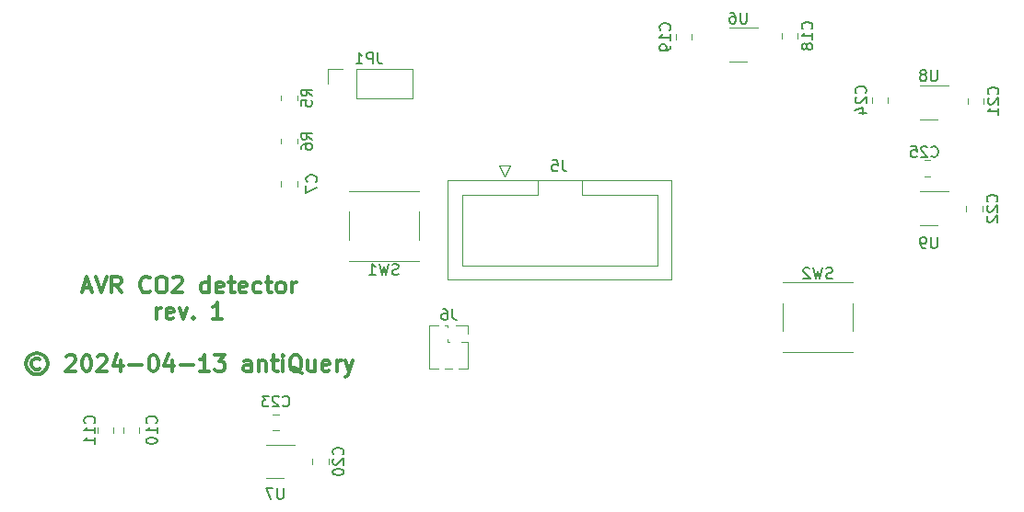
<source format=gbr>
%TF.GenerationSoftware,KiCad,Pcbnew,(6.0.11)*%
%TF.CreationDate,2024-04-14T23:22:21+03:00*%
%TF.ProjectId,avr-co2-detector,6176722d-636f-4322-9d64-65746563746f,rev. 1*%
%TF.SameCoordinates,Original*%
%TF.FileFunction,Legend,Bot*%
%TF.FilePolarity,Positive*%
%FSLAX46Y46*%
G04 Gerber Fmt 4.6, Leading zero omitted, Abs format (unit mm)*
G04 Created by KiCad (PCBNEW (6.0.11)) date 2024-04-14 23:22:21*
%MOMM*%
%LPD*%
G01*
G04 APERTURE LIST*
%ADD10C,0.300000*%
%ADD11C,0.150000*%
%ADD12C,0.120000*%
G04 APERTURE END LIST*
D10*
X91750000Y-103227500D02*
X92464285Y-103227500D01*
X91607142Y-103656071D02*
X92107142Y-102156071D01*
X92607142Y-103656071D01*
X92892857Y-102156071D02*
X93392857Y-103656071D01*
X93892857Y-102156071D01*
X95250000Y-103656071D02*
X94750000Y-102941785D01*
X94392857Y-103656071D02*
X94392857Y-102156071D01*
X94964285Y-102156071D01*
X95107142Y-102227500D01*
X95178571Y-102298928D01*
X95250000Y-102441785D01*
X95250000Y-102656071D01*
X95178571Y-102798928D01*
X95107142Y-102870357D01*
X94964285Y-102941785D01*
X94392857Y-102941785D01*
X97892857Y-103513214D02*
X97821428Y-103584642D01*
X97607142Y-103656071D01*
X97464285Y-103656071D01*
X97250000Y-103584642D01*
X97107142Y-103441785D01*
X97035714Y-103298928D01*
X96964285Y-103013214D01*
X96964285Y-102798928D01*
X97035714Y-102513214D01*
X97107142Y-102370357D01*
X97250000Y-102227500D01*
X97464285Y-102156071D01*
X97607142Y-102156071D01*
X97821428Y-102227500D01*
X97892857Y-102298928D01*
X98821428Y-102156071D02*
X99107142Y-102156071D01*
X99250000Y-102227500D01*
X99392857Y-102370357D01*
X99464285Y-102656071D01*
X99464285Y-103156071D01*
X99392857Y-103441785D01*
X99250000Y-103584642D01*
X99107142Y-103656071D01*
X98821428Y-103656071D01*
X98678571Y-103584642D01*
X98535714Y-103441785D01*
X98464285Y-103156071D01*
X98464285Y-102656071D01*
X98535714Y-102370357D01*
X98678571Y-102227500D01*
X98821428Y-102156071D01*
X100035714Y-102298928D02*
X100107142Y-102227500D01*
X100250000Y-102156071D01*
X100607142Y-102156071D01*
X100750000Y-102227500D01*
X100821428Y-102298928D01*
X100892857Y-102441785D01*
X100892857Y-102584642D01*
X100821428Y-102798928D01*
X99964285Y-103656071D01*
X100892857Y-103656071D01*
X103321428Y-103656071D02*
X103321428Y-102156071D01*
X103321428Y-103584642D02*
X103178571Y-103656071D01*
X102892857Y-103656071D01*
X102750000Y-103584642D01*
X102678571Y-103513214D01*
X102607142Y-103370357D01*
X102607142Y-102941785D01*
X102678571Y-102798928D01*
X102750000Y-102727500D01*
X102892857Y-102656071D01*
X103178571Y-102656071D01*
X103321428Y-102727500D01*
X104607142Y-103584642D02*
X104464285Y-103656071D01*
X104178571Y-103656071D01*
X104035714Y-103584642D01*
X103964285Y-103441785D01*
X103964285Y-102870357D01*
X104035714Y-102727500D01*
X104178571Y-102656071D01*
X104464285Y-102656071D01*
X104607142Y-102727500D01*
X104678571Y-102870357D01*
X104678571Y-103013214D01*
X103964285Y-103156071D01*
X105107142Y-102656071D02*
X105678571Y-102656071D01*
X105321428Y-102156071D02*
X105321428Y-103441785D01*
X105392857Y-103584642D01*
X105535714Y-103656071D01*
X105678571Y-103656071D01*
X106750000Y-103584642D02*
X106607142Y-103656071D01*
X106321428Y-103656071D01*
X106178571Y-103584642D01*
X106107142Y-103441785D01*
X106107142Y-102870357D01*
X106178571Y-102727500D01*
X106321428Y-102656071D01*
X106607142Y-102656071D01*
X106750000Y-102727500D01*
X106821428Y-102870357D01*
X106821428Y-103013214D01*
X106107142Y-103156071D01*
X108107142Y-103584642D02*
X107964285Y-103656071D01*
X107678571Y-103656071D01*
X107535714Y-103584642D01*
X107464285Y-103513214D01*
X107392857Y-103370357D01*
X107392857Y-102941785D01*
X107464285Y-102798928D01*
X107535714Y-102727500D01*
X107678571Y-102656071D01*
X107964285Y-102656071D01*
X108107142Y-102727500D01*
X108535714Y-102656071D02*
X109107142Y-102656071D01*
X108750000Y-102156071D02*
X108750000Y-103441785D01*
X108821428Y-103584642D01*
X108964285Y-103656071D01*
X109107142Y-103656071D01*
X109821428Y-103656071D02*
X109678571Y-103584642D01*
X109607142Y-103513214D01*
X109535714Y-103370357D01*
X109535714Y-102941785D01*
X109607142Y-102798928D01*
X109678571Y-102727500D01*
X109821428Y-102656071D01*
X110035714Y-102656071D01*
X110178571Y-102727500D01*
X110250000Y-102798928D01*
X110321428Y-102941785D01*
X110321428Y-103370357D01*
X110250000Y-103513214D01*
X110178571Y-103584642D01*
X110035714Y-103656071D01*
X109821428Y-103656071D01*
X110964285Y-103656071D02*
X110964285Y-102656071D01*
X110964285Y-102941785D02*
X111035714Y-102798928D01*
X111107142Y-102727500D01*
X111250000Y-102656071D01*
X111392857Y-102656071D01*
X98535714Y-106071071D02*
X98535714Y-105071071D01*
X98535714Y-105356785D02*
X98607142Y-105213928D01*
X98678571Y-105142500D01*
X98821428Y-105071071D01*
X98964285Y-105071071D01*
X100035714Y-105999642D02*
X99892857Y-106071071D01*
X99607142Y-106071071D01*
X99464285Y-105999642D01*
X99392857Y-105856785D01*
X99392857Y-105285357D01*
X99464285Y-105142500D01*
X99607142Y-105071071D01*
X99892857Y-105071071D01*
X100035714Y-105142500D01*
X100107142Y-105285357D01*
X100107142Y-105428214D01*
X99392857Y-105571071D01*
X100607142Y-105071071D02*
X100964285Y-106071071D01*
X101321428Y-105071071D01*
X101892857Y-105928214D02*
X101964285Y-105999642D01*
X101892857Y-106071071D01*
X101821428Y-105999642D01*
X101892857Y-105928214D01*
X101892857Y-106071071D01*
X104535714Y-106071071D02*
X103678571Y-106071071D01*
X104107142Y-106071071D02*
X104107142Y-104571071D01*
X103964285Y-104785357D01*
X103821428Y-104928214D01*
X103678571Y-104999642D01*
X87785714Y-109758214D02*
X87642857Y-109686785D01*
X87357142Y-109686785D01*
X87214285Y-109758214D01*
X87071428Y-109901071D01*
X87000000Y-110043928D01*
X87000000Y-110329642D01*
X87071428Y-110472500D01*
X87214285Y-110615357D01*
X87357142Y-110686785D01*
X87642857Y-110686785D01*
X87785714Y-110615357D01*
X87500000Y-109186785D02*
X87142857Y-109258214D01*
X86785714Y-109472500D01*
X86571428Y-109829642D01*
X86500000Y-110186785D01*
X86571428Y-110543928D01*
X86785714Y-110901071D01*
X87142857Y-111115357D01*
X87500000Y-111186785D01*
X87857142Y-111115357D01*
X88214285Y-110901071D01*
X88428571Y-110543928D01*
X88500000Y-110186785D01*
X88428571Y-109829642D01*
X88214285Y-109472500D01*
X87857142Y-109258214D01*
X87500000Y-109186785D01*
X90214285Y-109543928D02*
X90285714Y-109472500D01*
X90428571Y-109401071D01*
X90785714Y-109401071D01*
X90928571Y-109472500D01*
X91000000Y-109543928D01*
X91071428Y-109686785D01*
X91071428Y-109829642D01*
X91000000Y-110043928D01*
X90142857Y-110901071D01*
X91071428Y-110901071D01*
X92000000Y-109401071D02*
X92142857Y-109401071D01*
X92285714Y-109472500D01*
X92357142Y-109543928D01*
X92428571Y-109686785D01*
X92500000Y-109972500D01*
X92500000Y-110329642D01*
X92428571Y-110615357D01*
X92357142Y-110758214D01*
X92285714Y-110829642D01*
X92142857Y-110901071D01*
X92000000Y-110901071D01*
X91857142Y-110829642D01*
X91785714Y-110758214D01*
X91714285Y-110615357D01*
X91642857Y-110329642D01*
X91642857Y-109972500D01*
X91714285Y-109686785D01*
X91785714Y-109543928D01*
X91857142Y-109472500D01*
X92000000Y-109401071D01*
X93071428Y-109543928D02*
X93142857Y-109472500D01*
X93285714Y-109401071D01*
X93642857Y-109401071D01*
X93785714Y-109472500D01*
X93857142Y-109543928D01*
X93928571Y-109686785D01*
X93928571Y-109829642D01*
X93857142Y-110043928D01*
X93000000Y-110901071D01*
X93928571Y-110901071D01*
X95214285Y-109901071D02*
X95214285Y-110901071D01*
X94857142Y-109329642D02*
X94500000Y-110401071D01*
X95428571Y-110401071D01*
X96000000Y-110329642D02*
X97142857Y-110329642D01*
X98142857Y-109401071D02*
X98285714Y-109401071D01*
X98428571Y-109472500D01*
X98500000Y-109543928D01*
X98571428Y-109686785D01*
X98642857Y-109972500D01*
X98642857Y-110329642D01*
X98571428Y-110615357D01*
X98500000Y-110758214D01*
X98428571Y-110829642D01*
X98285714Y-110901071D01*
X98142857Y-110901071D01*
X98000000Y-110829642D01*
X97928571Y-110758214D01*
X97857142Y-110615357D01*
X97785714Y-110329642D01*
X97785714Y-109972500D01*
X97857142Y-109686785D01*
X97928571Y-109543928D01*
X98000000Y-109472500D01*
X98142857Y-109401071D01*
X99928571Y-109901071D02*
X99928571Y-110901071D01*
X99571428Y-109329642D02*
X99214285Y-110401071D01*
X100142857Y-110401071D01*
X100714285Y-110329642D02*
X101857142Y-110329642D01*
X103357142Y-110901071D02*
X102500000Y-110901071D01*
X102928571Y-110901071D02*
X102928571Y-109401071D01*
X102785714Y-109615357D01*
X102642857Y-109758214D01*
X102500000Y-109829642D01*
X103857142Y-109401071D02*
X104785714Y-109401071D01*
X104285714Y-109972500D01*
X104500000Y-109972500D01*
X104642857Y-110043928D01*
X104714285Y-110115357D01*
X104785714Y-110258214D01*
X104785714Y-110615357D01*
X104714285Y-110758214D01*
X104642857Y-110829642D01*
X104500000Y-110901071D01*
X104071428Y-110901071D01*
X103928571Y-110829642D01*
X103857142Y-110758214D01*
X107214285Y-110901071D02*
X107214285Y-110115357D01*
X107142857Y-109972500D01*
X107000000Y-109901071D01*
X106714285Y-109901071D01*
X106571428Y-109972500D01*
X107214285Y-110829642D02*
X107071428Y-110901071D01*
X106714285Y-110901071D01*
X106571428Y-110829642D01*
X106500000Y-110686785D01*
X106500000Y-110543928D01*
X106571428Y-110401071D01*
X106714285Y-110329642D01*
X107071428Y-110329642D01*
X107214285Y-110258214D01*
X107928571Y-109901071D02*
X107928571Y-110901071D01*
X107928571Y-110043928D02*
X108000000Y-109972500D01*
X108142857Y-109901071D01*
X108357142Y-109901071D01*
X108500000Y-109972500D01*
X108571428Y-110115357D01*
X108571428Y-110901071D01*
X109071428Y-109901071D02*
X109642857Y-109901071D01*
X109285714Y-109401071D02*
X109285714Y-110686785D01*
X109357142Y-110829642D01*
X109500000Y-110901071D01*
X109642857Y-110901071D01*
X110142857Y-110901071D02*
X110142857Y-109901071D01*
X110142857Y-109401071D02*
X110071428Y-109472500D01*
X110142857Y-109543928D01*
X110214285Y-109472500D01*
X110142857Y-109401071D01*
X110142857Y-109543928D01*
X111857142Y-111043928D02*
X111714285Y-110972500D01*
X111571428Y-110829642D01*
X111357142Y-110615357D01*
X111214285Y-110543928D01*
X111071428Y-110543928D01*
X111142857Y-110901071D02*
X111000000Y-110829642D01*
X110857142Y-110686785D01*
X110785714Y-110401071D01*
X110785714Y-109901071D01*
X110857142Y-109615357D01*
X111000000Y-109472500D01*
X111142857Y-109401071D01*
X111428571Y-109401071D01*
X111571428Y-109472500D01*
X111714285Y-109615357D01*
X111785714Y-109901071D01*
X111785714Y-110401071D01*
X111714285Y-110686785D01*
X111571428Y-110829642D01*
X111428571Y-110901071D01*
X111142857Y-110901071D01*
X113071428Y-109901071D02*
X113071428Y-110901071D01*
X112428571Y-109901071D02*
X112428571Y-110686785D01*
X112500000Y-110829642D01*
X112642857Y-110901071D01*
X112857142Y-110901071D01*
X113000000Y-110829642D01*
X113071428Y-110758214D01*
X114357142Y-110829642D02*
X114214285Y-110901071D01*
X113928571Y-110901071D01*
X113785714Y-110829642D01*
X113714285Y-110686785D01*
X113714285Y-110115357D01*
X113785714Y-109972500D01*
X113928571Y-109901071D01*
X114214285Y-109901071D01*
X114357142Y-109972500D01*
X114428571Y-110115357D01*
X114428571Y-110258214D01*
X113714285Y-110401071D01*
X115071428Y-110901071D02*
X115071428Y-109901071D01*
X115071428Y-110186785D02*
X115142857Y-110043928D01*
X115214285Y-109972500D01*
X115357142Y-109901071D01*
X115500000Y-109901071D01*
X115857142Y-109901071D02*
X116214285Y-110901071D01*
X116571428Y-109901071D02*
X116214285Y-110901071D01*
X116071428Y-111258214D01*
X116000000Y-111329642D01*
X115857142Y-111401071D01*
D11*
%TO.C,C18*%
X158722856Y-79357142D02*
X158770475Y-79309523D01*
X158818094Y-79166666D01*
X158818094Y-79071428D01*
X158770475Y-78928571D01*
X158675237Y-78833333D01*
X158579999Y-78785714D01*
X158389523Y-78738095D01*
X158246666Y-78738095D01*
X158056190Y-78785714D01*
X157960952Y-78833333D01*
X157865714Y-78928571D01*
X157818094Y-79071428D01*
X157818094Y-79166666D01*
X157865714Y-79309523D01*
X157913333Y-79357142D01*
X158818094Y-80309523D02*
X158818094Y-79738095D01*
X158818094Y-80023809D02*
X157818094Y-80023809D01*
X157960952Y-79928571D01*
X158056190Y-79833333D01*
X158103809Y-79738095D01*
X158246666Y-80880952D02*
X158199047Y-80785714D01*
X158151428Y-80738095D01*
X158056190Y-80690476D01*
X158008571Y-80690476D01*
X157913333Y-80738095D01*
X157865714Y-80785714D01*
X157818094Y-80880952D01*
X157818094Y-81071428D01*
X157865714Y-81166666D01*
X157913333Y-81214285D01*
X158008571Y-81261904D01*
X158056190Y-81261904D01*
X158151428Y-81214285D01*
X158199047Y-81166666D01*
X158246666Y-81071428D01*
X158246666Y-80880952D01*
X158294285Y-80785714D01*
X158341904Y-80738095D01*
X158437142Y-80690476D01*
X158627618Y-80690476D01*
X158722856Y-80738095D01*
X158770475Y-80785714D01*
X158818094Y-80880952D01*
X158818094Y-81071428D01*
X158770475Y-81166666D01*
X158722856Y-81214285D01*
X158627618Y-81261904D01*
X158437142Y-81261904D01*
X158341904Y-81214285D01*
X158294285Y-81166666D01*
X158246666Y-81071428D01*
%TO.C,C10*%
X98457142Y-115657142D02*
X98504761Y-115609523D01*
X98552380Y-115466666D01*
X98552380Y-115371428D01*
X98504761Y-115228571D01*
X98409523Y-115133333D01*
X98314285Y-115085714D01*
X98123809Y-115038095D01*
X97980952Y-115038095D01*
X97790476Y-115085714D01*
X97695238Y-115133333D01*
X97600000Y-115228571D01*
X97552380Y-115371428D01*
X97552380Y-115466666D01*
X97600000Y-115609523D01*
X97647619Y-115657142D01*
X98552380Y-116609523D02*
X98552380Y-116038095D01*
X98552380Y-116323809D02*
X97552380Y-116323809D01*
X97695238Y-116228571D01*
X97790476Y-116133333D01*
X97838095Y-116038095D01*
X97552380Y-117228571D02*
X97552380Y-117323809D01*
X97600000Y-117419047D01*
X97647619Y-117466666D01*
X97742857Y-117514285D01*
X97933333Y-117561904D01*
X98171428Y-117561904D01*
X98361904Y-117514285D01*
X98457142Y-117466666D01*
X98504761Y-117419047D01*
X98552380Y-117323809D01*
X98552380Y-117228571D01*
X98504761Y-117133333D01*
X98457142Y-117085714D01*
X98361904Y-117038095D01*
X98171428Y-116990476D01*
X97933333Y-116990476D01*
X97742857Y-117038095D01*
X97647619Y-117085714D01*
X97600000Y-117133333D01*
X97552380Y-117228571D01*
%TO.C,U7*%
X110161904Y-121652380D02*
X110161904Y-122461904D01*
X110114285Y-122557142D01*
X110066666Y-122604761D01*
X109971428Y-122652380D01*
X109780952Y-122652380D01*
X109685714Y-122604761D01*
X109638095Y-122557142D01*
X109590476Y-122461904D01*
X109590476Y-121652380D01*
X109209523Y-121652380D02*
X108542857Y-121652380D01*
X108971428Y-122652380D01*
%TO.C,U9*%
X170261904Y-98552380D02*
X170261904Y-99361904D01*
X170214285Y-99457142D01*
X170166666Y-99504761D01*
X170071428Y-99552380D01*
X169880952Y-99552380D01*
X169785714Y-99504761D01*
X169738095Y-99457142D01*
X169690476Y-99361904D01*
X169690476Y-98552380D01*
X169166666Y-99552380D02*
X168976190Y-99552380D01*
X168880952Y-99504761D01*
X168833333Y-99457142D01*
X168738095Y-99314285D01*
X168690476Y-99123809D01*
X168690476Y-98742857D01*
X168738095Y-98647619D01*
X168785714Y-98600000D01*
X168880952Y-98552380D01*
X169071428Y-98552380D01*
X169166666Y-98600000D01*
X169214285Y-98647619D01*
X169261904Y-98742857D01*
X169261904Y-98980952D01*
X169214285Y-99076190D01*
X169166666Y-99123809D01*
X169071428Y-99171428D01*
X168880952Y-99171428D01*
X168785714Y-99123809D01*
X168738095Y-99076190D01*
X168690476Y-98980952D01*
%TO.C,C25*%
X169742857Y-91057142D02*
X169790476Y-91104761D01*
X169933333Y-91152380D01*
X170028571Y-91152380D01*
X170171428Y-91104761D01*
X170266666Y-91009523D01*
X170314285Y-90914285D01*
X170361904Y-90723809D01*
X170361904Y-90580952D01*
X170314285Y-90390476D01*
X170266666Y-90295238D01*
X170171428Y-90200000D01*
X170028571Y-90152380D01*
X169933333Y-90152380D01*
X169790476Y-90200000D01*
X169742857Y-90247619D01*
X169361904Y-90247619D02*
X169314285Y-90200000D01*
X169219047Y-90152380D01*
X168980952Y-90152380D01*
X168885714Y-90200000D01*
X168838095Y-90247619D01*
X168790476Y-90342857D01*
X168790476Y-90438095D01*
X168838095Y-90580952D01*
X169409523Y-91152380D01*
X168790476Y-91152380D01*
X167885714Y-90152380D02*
X168361904Y-90152380D01*
X168409523Y-90628571D01*
X168361904Y-90580952D01*
X168266666Y-90533333D01*
X168028571Y-90533333D01*
X167933333Y-90580952D01*
X167885714Y-90628571D01*
X167838095Y-90723809D01*
X167838095Y-90961904D01*
X167885714Y-91057142D01*
X167933333Y-91104761D01*
X168028571Y-91152380D01*
X168266666Y-91152380D01*
X168361904Y-91104761D01*
X168409523Y-91057142D01*
%TO.C,SW1*%
X120733333Y-101954761D02*
X120590476Y-102002380D01*
X120352380Y-102002380D01*
X120257142Y-101954761D01*
X120209523Y-101907142D01*
X120161904Y-101811904D01*
X120161904Y-101716666D01*
X120209523Y-101621428D01*
X120257142Y-101573809D01*
X120352380Y-101526190D01*
X120542857Y-101478571D01*
X120638095Y-101430952D01*
X120685714Y-101383333D01*
X120733333Y-101288095D01*
X120733333Y-101192857D01*
X120685714Y-101097619D01*
X120638095Y-101050000D01*
X120542857Y-101002380D01*
X120304761Y-101002380D01*
X120161904Y-101050000D01*
X119828571Y-101002380D02*
X119590476Y-102002380D01*
X119400000Y-101288095D01*
X119209523Y-102002380D01*
X118971428Y-101002380D01*
X118066666Y-102002380D02*
X118638095Y-102002380D01*
X118352380Y-102002380D02*
X118352380Y-101002380D01*
X118447619Y-101145238D01*
X118542857Y-101240476D01*
X118638095Y-101288095D01*
%TO.C,C23*%
X110105357Y-114057142D02*
X110152976Y-114104761D01*
X110295833Y-114152380D01*
X110391071Y-114152380D01*
X110533928Y-114104761D01*
X110629166Y-114009523D01*
X110676785Y-113914285D01*
X110724404Y-113723809D01*
X110724404Y-113580952D01*
X110676785Y-113390476D01*
X110629166Y-113295238D01*
X110533928Y-113200000D01*
X110391071Y-113152380D01*
X110295833Y-113152380D01*
X110152976Y-113200000D01*
X110105357Y-113247619D01*
X109724404Y-113247619D02*
X109676785Y-113200000D01*
X109581547Y-113152380D01*
X109343452Y-113152380D01*
X109248214Y-113200000D01*
X109200595Y-113247619D01*
X109152976Y-113342857D01*
X109152976Y-113438095D01*
X109200595Y-113580952D01*
X109772023Y-114152380D01*
X109152976Y-114152380D01*
X108819642Y-113152380D02*
X108200595Y-113152380D01*
X108533928Y-113533333D01*
X108391071Y-113533333D01*
X108295833Y-113580952D01*
X108248214Y-113628571D01*
X108200595Y-113723809D01*
X108200595Y-113961904D01*
X108248214Y-114057142D01*
X108295833Y-114104761D01*
X108391071Y-114152380D01*
X108676785Y-114152380D01*
X108772023Y-114104761D01*
X108819642Y-114057142D01*
%TO.C,C22*%
X175737142Y-95257142D02*
X175784761Y-95209523D01*
X175832380Y-95066666D01*
X175832380Y-94971428D01*
X175784761Y-94828571D01*
X175689523Y-94733333D01*
X175594285Y-94685714D01*
X175403809Y-94638095D01*
X175260952Y-94638095D01*
X175070476Y-94685714D01*
X174975238Y-94733333D01*
X174880000Y-94828571D01*
X174832380Y-94971428D01*
X174832380Y-95066666D01*
X174880000Y-95209523D01*
X174927619Y-95257142D01*
X174927619Y-95638095D02*
X174880000Y-95685714D01*
X174832380Y-95780952D01*
X174832380Y-96019047D01*
X174880000Y-96114285D01*
X174927619Y-96161904D01*
X175022857Y-96209523D01*
X175118095Y-96209523D01*
X175260952Y-96161904D01*
X175832380Y-95590476D01*
X175832380Y-96209523D01*
X174927619Y-96590476D02*
X174880000Y-96638095D01*
X174832380Y-96733333D01*
X174832380Y-96971428D01*
X174880000Y-97066666D01*
X174927619Y-97114285D01*
X175022857Y-97161904D01*
X175118095Y-97161904D01*
X175260952Y-97114285D01*
X175832380Y-96542857D01*
X175832380Y-97161904D01*
%TO.C,JP1*%
X118833333Y-81552380D02*
X118833333Y-82266666D01*
X118880952Y-82409523D01*
X118976190Y-82504761D01*
X119119047Y-82552380D01*
X119214285Y-82552380D01*
X118357142Y-82552380D02*
X118357142Y-81552380D01*
X117976190Y-81552380D01*
X117880952Y-81600000D01*
X117833333Y-81647619D01*
X117785714Y-81742857D01*
X117785714Y-81885714D01*
X117833333Y-81980952D01*
X117880952Y-82028571D01*
X117976190Y-82076190D01*
X118357142Y-82076190D01*
X116833333Y-82552380D02*
X117404761Y-82552380D01*
X117119047Y-82552380D02*
X117119047Y-81552380D01*
X117214285Y-81695238D01*
X117309523Y-81790476D01*
X117404761Y-81838095D01*
%TO.C,J6*%
X125698335Y-105157378D02*
X125698335Y-105871664D01*
X125745954Y-106014521D01*
X125841192Y-106109759D01*
X125984049Y-106157378D01*
X126079287Y-106157378D01*
X124793573Y-105157378D02*
X124984049Y-105157378D01*
X125079287Y-105204998D01*
X125126906Y-105252617D01*
X125222144Y-105395474D01*
X125269763Y-105585950D01*
X125269763Y-105966902D01*
X125222144Y-106062140D01*
X125174525Y-106109759D01*
X125079287Y-106157378D01*
X124888811Y-106157378D01*
X124793573Y-106109759D01*
X124745954Y-106062140D01*
X124698335Y-105966902D01*
X124698335Y-105728807D01*
X124745954Y-105633569D01*
X124793573Y-105585950D01*
X124888811Y-105538331D01*
X125079287Y-105538331D01*
X125174525Y-105585950D01*
X125222144Y-105633569D01*
X125269763Y-105728807D01*
%TO.C,U6*%
X152761904Y-77852380D02*
X152761904Y-78661904D01*
X152714285Y-78757142D01*
X152666666Y-78804761D01*
X152571428Y-78852380D01*
X152380952Y-78852380D01*
X152285714Y-78804761D01*
X152238095Y-78757142D01*
X152190476Y-78661904D01*
X152190476Y-77852380D01*
X151285714Y-77852380D02*
X151476190Y-77852380D01*
X151571428Y-77900000D01*
X151619047Y-77947619D01*
X151714285Y-78090476D01*
X151761904Y-78280952D01*
X151761904Y-78661904D01*
X151714285Y-78757142D01*
X151666666Y-78804761D01*
X151571428Y-78852380D01*
X151380952Y-78852380D01*
X151285714Y-78804761D01*
X151238095Y-78757142D01*
X151190476Y-78661904D01*
X151190476Y-78423809D01*
X151238095Y-78328571D01*
X151285714Y-78280952D01*
X151380952Y-78233333D01*
X151571428Y-78233333D01*
X151666666Y-78280952D01*
X151714285Y-78328571D01*
X151761904Y-78423809D01*
%TO.C,C7*%
X113157142Y-93433333D02*
X113204761Y-93385714D01*
X113252380Y-93242857D01*
X113252380Y-93147619D01*
X113204761Y-93004761D01*
X113109523Y-92909523D01*
X113014285Y-92861904D01*
X112823809Y-92814285D01*
X112680952Y-92814285D01*
X112490476Y-92861904D01*
X112395238Y-92909523D01*
X112300000Y-93004761D01*
X112252380Y-93147619D01*
X112252380Y-93242857D01*
X112300000Y-93385714D01*
X112347619Y-93433333D01*
X112252380Y-93766666D02*
X112252380Y-94433333D01*
X113252380Y-94004761D01*
%TO.C,C24*%
X163662856Y-85257142D02*
X163710475Y-85209523D01*
X163758094Y-85066666D01*
X163758094Y-84971428D01*
X163710475Y-84828571D01*
X163615237Y-84733333D01*
X163519999Y-84685714D01*
X163329523Y-84638095D01*
X163186666Y-84638095D01*
X162996190Y-84685714D01*
X162900952Y-84733333D01*
X162805714Y-84828571D01*
X162758094Y-84971428D01*
X162758094Y-85066666D01*
X162805714Y-85209523D01*
X162853333Y-85257142D01*
X162853333Y-85638095D02*
X162805714Y-85685714D01*
X162758094Y-85780952D01*
X162758094Y-86019047D01*
X162805714Y-86114285D01*
X162853333Y-86161904D01*
X162948571Y-86209523D01*
X163043809Y-86209523D01*
X163186666Y-86161904D01*
X163758094Y-85590476D01*
X163758094Y-86209523D01*
X163091428Y-87066666D02*
X163758094Y-87066666D01*
X162710475Y-86828571D02*
X163424761Y-86590476D01*
X163424761Y-87209523D01*
%TO.C,R6*%
X112802380Y-89533333D02*
X112326190Y-89200000D01*
X112802380Y-88961904D02*
X111802380Y-88961904D01*
X111802380Y-89342857D01*
X111850000Y-89438095D01*
X111897619Y-89485714D01*
X111992857Y-89533333D01*
X112135714Y-89533333D01*
X112230952Y-89485714D01*
X112278571Y-89438095D01*
X112326190Y-89342857D01*
X112326190Y-88961904D01*
X111802380Y-90390476D02*
X111802380Y-90200000D01*
X111850000Y-90104761D01*
X111897619Y-90057142D01*
X112040476Y-89961904D01*
X112230952Y-89914285D01*
X112611904Y-89914285D01*
X112707142Y-89961904D01*
X112754761Y-90009523D01*
X112802380Y-90104761D01*
X112802380Y-90295238D01*
X112754761Y-90390476D01*
X112707142Y-90438095D01*
X112611904Y-90485714D01*
X112373809Y-90485714D01*
X112278571Y-90438095D01*
X112230952Y-90390476D01*
X112183333Y-90295238D01*
X112183333Y-90104761D01*
X112230952Y-90009523D01*
X112278571Y-89961904D01*
X112373809Y-89914285D01*
%TO.C,C21*%
X175822856Y-85357142D02*
X175870475Y-85309523D01*
X175918094Y-85166666D01*
X175918094Y-85071428D01*
X175870475Y-84928571D01*
X175775237Y-84833333D01*
X175679999Y-84785714D01*
X175489523Y-84738095D01*
X175346666Y-84738095D01*
X175156190Y-84785714D01*
X175060952Y-84833333D01*
X174965714Y-84928571D01*
X174918094Y-85071428D01*
X174918094Y-85166666D01*
X174965714Y-85309523D01*
X175013333Y-85357142D01*
X175013333Y-85738095D02*
X174965714Y-85785714D01*
X174918094Y-85880952D01*
X174918094Y-86119047D01*
X174965714Y-86214285D01*
X175013333Y-86261904D01*
X175108571Y-86309523D01*
X175203809Y-86309523D01*
X175346666Y-86261904D01*
X175918094Y-85690476D01*
X175918094Y-86309523D01*
X175918094Y-87261904D02*
X175918094Y-86690476D01*
X175918094Y-86976190D02*
X174918094Y-86976190D01*
X175060952Y-86880952D01*
X175156190Y-86785714D01*
X175203809Y-86690476D01*
%TO.C,SW2*%
X160633333Y-102304761D02*
X160490476Y-102352380D01*
X160252380Y-102352380D01*
X160157142Y-102304761D01*
X160109523Y-102257142D01*
X160061904Y-102161904D01*
X160061904Y-102066666D01*
X160109523Y-101971428D01*
X160157142Y-101923809D01*
X160252380Y-101876190D01*
X160442857Y-101828571D01*
X160538095Y-101780952D01*
X160585714Y-101733333D01*
X160633333Y-101638095D01*
X160633333Y-101542857D01*
X160585714Y-101447619D01*
X160538095Y-101400000D01*
X160442857Y-101352380D01*
X160204761Y-101352380D01*
X160061904Y-101400000D01*
X159728571Y-101352380D02*
X159490476Y-102352380D01*
X159300000Y-101638095D01*
X159109523Y-102352380D01*
X158871428Y-101352380D01*
X158538095Y-101447619D02*
X158490476Y-101400000D01*
X158395238Y-101352380D01*
X158157142Y-101352380D01*
X158061904Y-101400000D01*
X158014285Y-101447619D01*
X157966666Y-101542857D01*
X157966666Y-101638095D01*
X158014285Y-101780952D01*
X158585714Y-102352380D01*
X157966666Y-102352380D01*
%TO.C,U8*%
X170261904Y-83152380D02*
X170261904Y-83961904D01*
X170214285Y-84057142D01*
X170166666Y-84104761D01*
X170071428Y-84152380D01*
X169880952Y-84152380D01*
X169785714Y-84104761D01*
X169738095Y-84057142D01*
X169690476Y-83961904D01*
X169690476Y-83152380D01*
X169071428Y-83580952D02*
X169166666Y-83533333D01*
X169214285Y-83485714D01*
X169261904Y-83390476D01*
X169261904Y-83342857D01*
X169214285Y-83247619D01*
X169166666Y-83200000D01*
X169071428Y-83152380D01*
X168880952Y-83152380D01*
X168785714Y-83200000D01*
X168738095Y-83247619D01*
X168690476Y-83342857D01*
X168690476Y-83390476D01*
X168738095Y-83485714D01*
X168785714Y-83533333D01*
X168880952Y-83580952D01*
X169071428Y-83580952D01*
X169166666Y-83628571D01*
X169214285Y-83676190D01*
X169261904Y-83771428D01*
X169261904Y-83961904D01*
X169214285Y-84057142D01*
X169166666Y-84104761D01*
X169071428Y-84152380D01*
X168880952Y-84152380D01*
X168785714Y-84104761D01*
X168738095Y-84057142D01*
X168690476Y-83961904D01*
X168690476Y-83771428D01*
X168738095Y-83676190D01*
X168785714Y-83628571D01*
X168880952Y-83580952D01*
%TO.C,C11*%
X92757142Y-115657142D02*
X92804761Y-115609523D01*
X92852380Y-115466666D01*
X92852380Y-115371428D01*
X92804761Y-115228571D01*
X92709523Y-115133333D01*
X92614285Y-115085714D01*
X92423809Y-115038095D01*
X92280952Y-115038095D01*
X92090476Y-115085714D01*
X91995238Y-115133333D01*
X91900000Y-115228571D01*
X91852380Y-115371428D01*
X91852380Y-115466666D01*
X91900000Y-115609523D01*
X91947619Y-115657142D01*
X92852380Y-116609523D02*
X92852380Y-116038095D01*
X92852380Y-116323809D02*
X91852380Y-116323809D01*
X91995238Y-116228571D01*
X92090476Y-116133333D01*
X92138095Y-116038095D01*
X92852380Y-117561904D02*
X92852380Y-116990476D01*
X92852380Y-117276190D02*
X91852380Y-117276190D01*
X91995238Y-117180952D01*
X92090476Y-117085714D01*
X92138095Y-116990476D01*
%TO.C,R5*%
X112802380Y-85533333D02*
X112326190Y-85200000D01*
X112802380Y-84961904D02*
X111802380Y-84961904D01*
X111802380Y-85342857D01*
X111850000Y-85438095D01*
X111897619Y-85485714D01*
X111992857Y-85533333D01*
X112135714Y-85533333D01*
X112230952Y-85485714D01*
X112278571Y-85438095D01*
X112326190Y-85342857D01*
X112326190Y-84961904D01*
X111802380Y-86438095D02*
X111802380Y-85961904D01*
X112278571Y-85914285D01*
X112230952Y-85961904D01*
X112183333Y-86057142D01*
X112183333Y-86295238D01*
X112230952Y-86390476D01*
X112278571Y-86438095D01*
X112373809Y-86485714D01*
X112611904Y-86485714D01*
X112707142Y-86438095D01*
X112754761Y-86390476D01*
X112802380Y-86295238D01*
X112802380Y-86057142D01*
X112754761Y-85961904D01*
X112707142Y-85914285D01*
%TO.C,C20*%
X115599642Y-118557142D02*
X115647261Y-118509523D01*
X115694880Y-118366666D01*
X115694880Y-118271428D01*
X115647261Y-118128571D01*
X115552023Y-118033333D01*
X115456785Y-117985714D01*
X115266309Y-117938095D01*
X115123452Y-117938095D01*
X114932976Y-117985714D01*
X114837738Y-118033333D01*
X114742500Y-118128571D01*
X114694880Y-118271428D01*
X114694880Y-118366666D01*
X114742500Y-118509523D01*
X114790119Y-118557142D01*
X114790119Y-118938095D02*
X114742500Y-118985714D01*
X114694880Y-119080952D01*
X114694880Y-119319047D01*
X114742500Y-119414285D01*
X114790119Y-119461904D01*
X114885357Y-119509523D01*
X114980595Y-119509523D01*
X115123452Y-119461904D01*
X115694880Y-118890476D01*
X115694880Y-119509523D01*
X114694880Y-120128571D02*
X114694880Y-120223809D01*
X114742500Y-120319047D01*
X114790119Y-120366666D01*
X114885357Y-120414285D01*
X115075833Y-120461904D01*
X115313928Y-120461904D01*
X115504404Y-120414285D01*
X115599642Y-120366666D01*
X115647261Y-120319047D01*
X115694880Y-120223809D01*
X115694880Y-120128571D01*
X115647261Y-120033333D01*
X115599642Y-119985714D01*
X115504404Y-119938095D01*
X115313928Y-119890476D01*
X115075833Y-119890476D01*
X114885357Y-119938095D01*
X114790119Y-119985714D01*
X114742500Y-120033333D01*
X114694880Y-120128571D01*
%TO.C,C19*%
X145662856Y-79457142D02*
X145710475Y-79409523D01*
X145758094Y-79266666D01*
X145758094Y-79171428D01*
X145710475Y-79028571D01*
X145615237Y-78933333D01*
X145519999Y-78885714D01*
X145329523Y-78838095D01*
X145186666Y-78838095D01*
X144996190Y-78885714D01*
X144900952Y-78933333D01*
X144805714Y-79028571D01*
X144758094Y-79171428D01*
X144758094Y-79266666D01*
X144805714Y-79409523D01*
X144853333Y-79457142D01*
X145758094Y-80409523D02*
X145758094Y-79838095D01*
X145758094Y-80123809D02*
X144758094Y-80123809D01*
X144900952Y-80028571D01*
X144996190Y-79933333D01*
X145043809Y-79838095D01*
X145758094Y-80885714D02*
X145758094Y-81076190D01*
X145710475Y-81171428D01*
X145662856Y-81219047D01*
X145519999Y-81314285D01*
X145329523Y-81361904D01*
X144948571Y-81361904D01*
X144853333Y-81314285D01*
X144805714Y-81266666D01*
X144758094Y-81171428D01*
X144758094Y-80980952D01*
X144805714Y-80885714D01*
X144853333Y-80838095D01*
X144948571Y-80790476D01*
X145186666Y-80790476D01*
X145281904Y-80838095D01*
X145329523Y-80885714D01*
X145377142Y-80980952D01*
X145377142Y-81171428D01*
X145329523Y-81266666D01*
X145281904Y-81314285D01*
X145186666Y-81361904D01*
%TO.C,J5*%
X135833333Y-91452380D02*
X135833333Y-92166666D01*
X135880952Y-92309523D01*
X135976190Y-92404761D01*
X136119047Y-92452380D01*
X136214285Y-92452380D01*
X134880952Y-91452380D02*
X135357142Y-91452380D01*
X135404761Y-91928571D01*
X135357142Y-91880952D01*
X135261904Y-91833333D01*
X135023809Y-91833333D01*
X134928571Y-91880952D01*
X134880952Y-91928571D01*
X134833333Y-92023809D01*
X134833333Y-92261904D01*
X134880952Y-92357142D01*
X134928571Y-92404761D01*
X135023809Y-92452380D01*
X135261904Y-92452380D01*
X135357142Y-92404761D01*
X135404761Y-92357142D01*
D12*
%TO.C,C18*%
X155950714Y-80261252D02*
X155950714Y-79738748D01*
X157420714Y-80261252D02*
X157420714Y-79738748D01*
%TO.C,C10*%
X95465000Y-116038748D02*
X95465000Y-116561252D01*
X96935000Y-116038748D02*
X96935000Y-116561252D01*
%TO.C,U7*%
X109362500Y-120760000D02*
X108562500Y-120760000D01*
X109362500Y-117640000D02*
X111162500Y-117640000D01*
X109362500Y-117640000D02*
X108562500Y-117640000D01*
X109362500Y-120760000D02*
X110162500Y-120760000D01*
%TO.C,U9*%
X169500000Y-97460000D02*
X168700000Y-97460000D01*
X169500000Y-94340000D02*
X168700000Y-94340000D01*
X169500000Y-97460000D02*
X170300000Y-97460000D01*
X169500000Y-94340000D02*
X171300000Y-94340000D01*
%TO.C,C25*%
X169138748Y-91465000D02*
X169661252Y-91465000D01*
X169138748Y-92935000D02*
X169661252Y-92935000D01*
%TO.C,SW1*%
X116170000Y-98800000D02*
X116170000Y-96200000D01*
X116170000Y-94270000D02*
X116170000Y-94300000D01*
X116170000Y-100700000D02*
X116170000Y-100730000D01*
X122630000Y-100730000D02*
X122630000Y-100700000D01*
X122630000Y-98800000D02*
X122630000Y-96200000D01*
X116170000Y-100730000D02*
X122630000Y-100730000D01*
X122630000Y-94270000D02*
X122630000Y-94300000D01*
X116170000Y-94270000D02*
X122630000Y-94270000D01*
%TO.C,C23*%
X109201248Y-114865000D02*
X109723752Y-114865000D01*
X109201248Y-116335000D02*
X109723752Y-116335000D01*
%TO.C,C22*%
X174435000Y-96161252D02*
X174435000Y-95638748D01*
X172965000Y-96161252D02*
X172965000Y-95638748D01*
%TO.C,JP1*%
X114270000Y-83070000D02*
X114270000Y-84400000D01*
X122010000Y-83070000D02*
X122010000Y-85730000D01*
X116870000Y-85730000D02*
X122010000Y-85730000D01*
X115600000Y-83070000D02*
X114270000Y-83070000D01*
X116870000Y-83070000D02*
X122010000Y-83070000D01*
X116870000Y-83070000D02*
X116870000Y-85730000D01*
%TO.C,J6*%
X125240002Y-106836527D02*
X125240002Y-106704998D01*
X125436531Y-108159998D02*
X125293473Y-108159998D01*
X124422472Y-106704998D02*
X123600002Y-106704998D01*
X125692472Y-110634998D02*
X125037532Y-110634998D01*
X127130002Y-106639998D02*
X126000002Y-106639998D01*
X127130002Y-108159998D02*
X126563473Y-108159998D01*
X127130002Y-107399998D02*
X127130002Y-106639998D01*
X124422472Y-110634998D02*
X123600002Y-110634998D01*
X127130002Y-110634998D02*
X126307532Y-110634998D01*
X123600002Y-106704998D02*
X123600002Y-110634998D01*
X125240002Y-106704998D02*
X125037532Y-106704998D01*
X127130002Y-108159998D02*
X127130002Y-110634998D01*
X125240002Y-108106527D02*
X125240002Y-107963469D01*
%TO.C,U6*%
X152000000Y-82360000D02*
X151200000Y-82360000D01*
X152000000Y-79240000D02*
X153800000Y-79240000D01*
X152000000Y-82360000D02*
X152800000Y-82360000D01*
X152000000Y-79240000D02*
X151200000Y-79240000D01*
%TO.C,C7*%
X109965000Y-93338748D02*
X109965000Y-93861252D01*
X111435000Y-93338748D02*
X111435000Y-93861252D01*
%TO.C,C24*%
X165720714Y-85638748D02*
X165720714Y-86161252D01*
X164250714Y-85638748D02*
X164250714Y-86161252D01*
%TO.C,R6*%
X109965000Y-89927064D02*
X109965000Y-89472936D01*
X111435000Y-89927064D02*
X111435000Y-89472936D01*
%TO.C,C21*%
X173050714Y-86261252D02*
X173050714Y-85738748D01*
X174520714Y-86261252D02*
X174520714Y-85738748D01*
%TO.C,SW2*%
X156070000Y-109130000D02*
X156070000Y-109100000D01*
X156070000Y-102670000D02*
X156070000Y-102700000D01*
X162530000Y-109130000D02*
X156070000Y-109130000D01*
X162530000Y-109130000D02*
X162530000Y-109100000D01*
X162530000Y-102700000D02*
X162530000Y-102670000D01*
X162530000Y-104600000D02*
X162530000Y-107200000D01*
X162530000Y-102670000D02*
X156070000Y-102670000D01*
X156070000Y-104600000D02*
X156070000Y-107200000D01*
%TO.C,U8*%
X169500000Y-84540000D02*
X168700000Y-84540000D01*
X169500000Y-87660000D02*
X168700000Y-87660000D01*
X169500000Y-84540000D02*
X171300000Y-84540000D01*
X169500000Y-87660000D02*
X170300000Y-87660000D01*
%TO.C,C11*%
X93065000Y-116038748D02*
X93065000Y-116561252D01*
X94535000Y-116038748D02*
X94535000Y-116561252D01*
%TO.C,R5*%
X109965000Y-85927064D02*
X109965000Y-85472936D01*
X111435000Y-85927064D02*
X111435000Y-85472936D01*
%TO.C,C20*%
X114297500Y-119461252D02*
X114297500Y-118938748D01*
X112827500Y-119461252D02*
X112827500Y-118938748D01*
%TO.C,C19*%
X146250714Y-79838748D02*
X146250714Y-80361252D01*
X147720714Y-79838748D02*
X147720714Y-80361252D01*
%TO.C,J5*%
X130000000Y-91920000D02*
X131000000Y-91920000D01*
X144570000Y-101120000D02*
X144570000Y-94620000D01*
X125290000Y-102430000D02*
X145870000Y-102430000D01*
X126590000Y-94620000D02*
X126590000Y-101120000D01*
X133530000Y-93310000D02*
X133530000Y-94620000D01*
X130500000Y-92920000D02*
X130000000Y-91920000D01*
X126590000Y-101120000D02*
X144570000Y-101120000D01*
X131000000Y-91920000D02*
X130500000Y-92920000D01*
X137630000Y-94620000D02*
X137630000Y-94620000D01*
X137630000Y-94620000D02*
X137630000Y-93310000D01*
X144570000Y-94620000D02*
X137630000Y-94620000D01*
X145870000Y-102430000D02*
X145870000Y-93310000D01*
X145870000Y-93310000D02*
X125290000Y-93310000D01*
X133530000Y-94620000D02*
X126590000Y-94620000D01*
X125290000Y-93310000D02*
X125290000Y-102430000D01*
%TD*%
M02*

</source>
